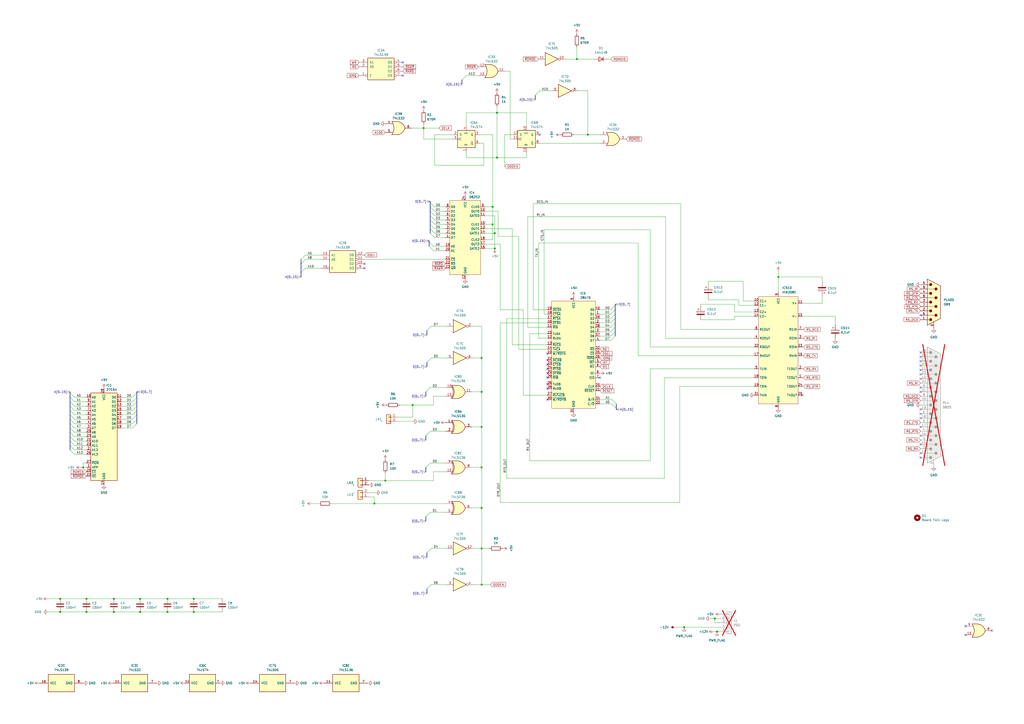
<source format=kicad_sch>
(kicad_sch (version 20230121) (generator eeschema)
  (paper "A2")
  (junction (at 279.4 207.645))
  (junction (at 279.4 247.65))
  (junction (at 279.4 294.64))
  (junction (at 415.925 366.395))
  (junction (at 97.155 354.965))
  (junction (at 112.395 354.965))
  (junction (at 97.155 347.345))
  (junction (at 414.655 358.775))
  (junction (at 279.4 318.135))
  (junction (at 288.29 65.405))
  (junction (at 48.26 271.145))
  (junction (at 285.75 130.175))
  (junction (at 50.165 347.345))
  (junction (at 287.02 144.145))
  (junction (at 287.02 135.255))
  (junction (at 285.75 120.015))
  (junction (at 50.165 354.965))
  (junction (at 288.29 91.44))
  (junction (at 245.745 74.295))
  (junction (at 451.485 160.655))
  (junction (at 34.925 354.965))
  (junction (at 81.28 347.345))
  (junction (at 112.395 347.345))
  (junction (at 279.4 339.09))
  (junction (at 279.4 227.33))
  (junction (at 279.4 271.145))
  (junction (at 217.17 292.1))
  (junction (at 34.925 347.345))
  (junction (at 81.28 354.965))
  (junction (at 340.995 78.105))
  (junction (at 396.875 363.855))
  (junction (at 66.04 354.965))
  (junction (at 223.52 278.765))
  (junction (at 239.395 234.95))
  (junction (at 334.645 34.29))
  (junction (at 66.04 347.345))
  (no_connect (at 317.5 213.995))
  (no_connect (at 534.035 217.17))
  (no_connect (at 317.5 219.075))
  (no_connect (at 534.035 227.33))
  (no_connect (at 534.035 209.55))
  (no_connect (at 534.035 207.01))
  (no_connect (at 317.5 231.775))
  (no_connect (at 233.68 36.195))
  (no_connect (at 534.035 204.47))
  (no_connect (at 534.035 182.88))
  (no_connect (at 317.5 222.885))
  (no_connect (at 534.035 252.73))
  (no_connect (at 534.035 214.63))
  (no_connect (at 534.035 242.57))
  (no_connect (at 534.035 265.43))
  (no_connect (at 560.07 363.22))
  (no_connect (at 465.455 229.235))
  (no_connect (at 233.68 43.815))
  (no_connect (at 317.5 216.535))
  (no_connect (at 534.035 212.09))
  (no_connect (at 317.5 205.105))
  (no_connect (at 534.035 257.81))
  (no_connect (at 347.98 219.075))
  (no_connect (at 211.455 155.575))
  (no_connect (at 317.5 225.425))
  (no_connect (at 534.035 219.71))
  (no_connect (at 534.035 240.03))
  (no_connect (at 534.035 224.79))
  (no_connect (at 534.035 237.49))
  (no_connect (at 317.5 211.455))
  (no_connect (at 534.035 247.65))
  (no_connect (at 560.07 368.3))
  (no_connect (at 313.055 78.105))
  (no_connect (at 211.455 153.035))
  (no_connect (at 534.035 262.89))
  (no_connect (at 575.31 365.76))
  (no_connect (at 317.5 208.915))
  (bus_entry (at 249.555 135.255) (size 2.54 2.54))
  (bus_entry (at 174.625 158.115) (size 2.54 -2.54))
  (bus_entry (at 40.64 248.285) (size 2.54 2.54))
  (bus_entry (at 249.555 117.475) (size 2.54 2.54))
  (bus_entry (at 248.92 142.875) (size 2.54 2.54))
  (bus_entry (at 247.015 252.73) (size 2.54 -2.54))
  (bus_entry (at 79.375 238.125) (size -2.54 2.54))
  (bus_entry (at 249.555 120.015) (size 2.54 2.54))
  (bus_entry (at 356.87 187.325) (size -2.54 2.54))
  (bus_entry (at 247.65 341.63) (size 2.54 -2.54))
  (bus_entry (at 79.375 230.505) (size -2.54 2.54))
  (bus_entry (at 357.505 236.855) (size -2.54 -2.54))
  (bus_entry (at 40.64 245.745) (size 2.54 2.54))
  (bus_entry (at 356.87 184.785) (size -2.54 2.54))
  (bus_entry (at 249.555 125.095) (size 2.54 2.54))
  (bus_entry (at 356.87 182.245) (size -2.54 2.54))
  (bus_entry (at 40.64 260.985) (size 2.54 2.54))
  (bus_entry (at 249.555 127.635) (size 2.54 2.54))
  (bus_entry (at 247.015 227.33) (size 2.54 -2.54))
  (bus_entry (at 40.64 233.045) (size 2.54 2.54))
  (bus_entry (at 79.375 240.665) (size -2.54 2.54))
  (bus_entry (at 267.97 46.355) (size 2.54 -2.54))
  (bus_entry (at 356.87 189.865) (size -2.54 2.54))
  (bus_entry (at 356.87 179.705) (size -2.54 2.54))
  (bus_entry (at 248.92 140.335) (size 2.54 2.54))
  (bus_entry (at 310.515 55.245) (size 2.54 -2.54))
  (bus_entry (at 247.015 299.72) (size 2.54 -2.54))
  (bus_entry (at 40.64 235.585) (size 2.54 2.54))
  (bus_entry (at 174.625 153.035) (size 2.54 -2.54))
  (bus_entry (at 40.64 240.665) (size 2.54 2.54))
  (bus_entry (at 40.64 227.965) (size 2.54 2.54))
  (bus_entry (at 79.375 245.745) (size -2.54 2.54))
  (bus_entry (at 356.87 177.165) (size -2.54 2.54))
  (bus_entry (at 249.555 130.175) (size 2.54 2.54))
  (bus_entry (at 40.64 250.825) (size 2.54 2.54))
  (bus_entry (at 79.375 243.205) (size -2.54 2.54))
  (bus_entry (at 247.015 271.145) (size 2.54 -2.54))
  (bus_entry (at 249.555 122.555) (size 2.54 2.54))
  (bus_entry (at 79.375 233.045) (size -2.54 2.54))
  (bus_entry (at 247.65 210.185) (size 2.54 -2.54))
  (bus_entry (at 249.555 132.715) (size 2.54 2.54))
  (bus_entry (at 356.87 192.405) (size -2.54 2.54))
  (bus_entry (at 40.64 243.205) (size 2.54 2.54))
  (bus_entry (at 40.64 253.365) (size 2.54 2.54))
  (bus_entry (at 79.375 227.965) (size -2.54 2.54))
  (bus_entry (at 40.64 230.505) (size 2.54 2.54))
  (bus_entry (at 40.64 238.125) (size 2.54 2.54))
  (bus_entry (at 357.505 234.315) (size -2.54 -2.54))
  (bus_entry (at 174.625 150.495) (size 2.54 -2.54))
  (bus_entry (at 43.18 260.985) (size -2.54 -2.54))
  (bus_entry (at 247.65 320.675) (size 2.54 -2.54))
  (bus_entry (at 40.64 255.905) (size 2.54 2.54))
  (bus_entry (at 356.87 194.945) (size -2.54 2.54))
  (bus_entry (at 79.375 235.585) (size -2.54 2.54))
  (bus_entry (at 247.65 191.77) (size 2.54 -2.54))
  (wire (pts (xy 76.835 243.205) (xy 70.485 243.205)))
  (wire (pts (xy 317.5 200.025) (xy 297.18 200.025)))
  (bus (pts (xy 356.87 177.165) (xy 356.87 176.53)))
  (wire (pts (xy 249.555 297.18) (xy 258.445 297.18)))
  (bus (pts (xy 79.375 230.505) (xy 79.375 227.965)))
  (bus (pts (xy 356.87 192.405) (xy 356.87 189.865)))
  (wire (pts (xy 281.305 139.065) (xy 285.75 139.065)))
  (bus (pts (xy 249.555 125.095) (xy 249.555 122.555)))
  (wire (pts (xy 27.94 347.345) (xy 34.925 347.345)))
  (wire (pts (xy 279.4 271.145) (xy 279.4 294.64)))
  (wire (pts (xy 340.995 52.705) (xy 340.995 78.105)))
  (bus (pts (xy 79.375 227.965) (xy 79.375 227.33)))
  (bus (pts (xy 79.375 233.045) (xy 79.375 230.505)))
  (wire (pts (xy 294.005 277.495) (xy 294.005 184.785)))
  (wire (pts (xy 294.005 184.785) (xy 317.5 184.785)))
  (wire (pts (xy 76.835 233.045) (xy 70.485 233.045)))
  (bus (pts (xy 249.555 127.635) (xy 249.555 125.095)))
  (wire (pts (xy 238.76 74.295) (xy 245.745 74.295)))
  (bus (pts (xy 358.14 237.49) (xy 357.505 237.49)))
  (wire (pts (xy 307.34 267.335) (xy 377.19 267.335)))
  (wire (pts (xy 249.555 250.19) (xy 258.445 250.19)))
  (wire (pts (xy 66.04 347.345) (xy 81.28 347.345)))
  (wire (pts (xy 332.74 78.105) (xy 340.995 78.105)))
  (wire (pts (xy 306.07 189.865) (xy 317.5 189.865)))
  (wire (pts (xy 280.67 95.885) (xy 280.67 83.185)))
  (wire (pts (xy 309.245 118.11) (xy 394.97 118.11)))
  (wire (pts (xy 313.055 83.185) (xy 347.98 83.185)))
  (wire (pts (xy 279.4 318.135) (xy 279.4 339.09)))
  (bus (pts (xy 247.65 210.185) (xy 247.65 212.725)))
  (bus (pts (xy 247.65 341.63) (xy 247.65 344.17)))
  (wire (pts (xy 239.395 234.95) (xy 251.46 234.95)))
  (wire (pts (xy 43.18 260.985) (xy 50.165 260.985)))
  (bus (pts (xy 310.515 55.245) (xy 310.515 57.785)))
  (wire (pts (xy 334.645 34.29) (xy 344.805 34.29)))
  (bus (pts (xy 40.64 227.33) (xy 40.64 227.965)))
  (wire (pts (xy 307.34 193.675) (xy 317.5 193.675)))
  (wire (pts (xy 281.305 125.095) (xy 287.02 125.095)))
  (wire (pts (xy 280.67 83.185) (xy 278.13 83.185)))
  (wire (pts (xy 287.02 135.255) (xy 287.02 144.145)))
  (wire (pts (xy 245.745 80.645) (xy 262.89 80.645)))
  (wire (pts (xy 46.99 271.145) (xy 48.26 271.145)))
  (wire (pts (xy 252.095 127.635) (xy 258.445 127.635)))
  (wire (pts (xy 274.32 189.23) (xy 279.4 189.23)))
  (wire (pts (xy 288.925 122.555) (xy 288.925 137.16)))
  (wire (pts (xy 309.245 179.705) (xy 317.5 179.705)))
  (wire (pts (xy 466.09 224.155) (xy 465.455 224.155)))
  (wire (pts (xy 476.885 175.895) (xy 476.885 171.45)))
  (wire (pts (xy 34.925 347.345) (xy 50.165 347.345)))
  (wire (pts (xy 287.02 144.145) (xy 281.305 144.145)))
  (wire (pts (xy 410.845 163.195) (xy 431.165 163.195)))
  (wire (pts (xy 354.33 184.785) (xy 347.98 184.785)))
  (wire (pts (xy 112.395 347.345) (xy 128.905 347.345)))
  (wire (pts (xy 386.08 196.215) (xy 437.515 196.215)))
  (wire (pts (xy 412.115 358.775) (xy 414.655 358.775)))
  (wire (pts (xy 466.09 213.995) (xy 465.455 213.995)))
  (wire (pts (xy 300.99 202.565) (xy 317.5 202.565)))
  (wire (pts (xy 385.445 219.075) (xy 437.515 219.075)))
  (wire (pts (xy 410.845 172.72) (xy 410.845 173.99)))
  (wire (pts (xy 377.19 213.995) (xy 437.515 213.995)))
  (wire (pts (xy 76.835 230.505) (xy 70.485 230.505)))
  (wire (pts (xy 249.555 224.79) (xy 258.445 224.79)))
  (wire (pts (xy 213.995 288.29) (xy 217.17 288.29)))
  (bus (pts (xy 174.625 153.035) (xy 174.625 158.115)))
  (wire (pts (xy 290.195 141.605) (xy 290.195 179.705)))
  (wire (pts (xy 354.33 197.485) (xy 347.98 197.485)))
  (wire (pts (xy 279.4 207.645) (xy 279.4 227.33)))
  (wire (pts (xy 278.13 78.105) (xy 285.75 78.105)))
  (wire (pts (xy 76.835 248.285) (xy 70.485 248.285)))
  (wire (pts (xy 334.645 27.305) (xy 334.645 34.29)))
  (wire (pts (xy 252.095 125.095) (xy 258.445 125.095)))
  (bus (pts (xy 249.555 120.015) (xy 249.555 117.475)))
  (wire (pts (xy 252.095 120.015) (xy 258.445 120.015)))
  (wire (pts (xy 317.5 182.245) (xy 315.595 182.245)))
  (wire (pts (xy 177.165 155.575) (xy 186.055 155.575)))
  (bus (pts (xy 79.375 243.205) (xy 79.375 240.665)))
  (bus (pts (xy 356.87 187.325) (xy 356.87 184.785)))
  (wire (pts (xy 335.28 52.705) (xy 340.995 52.705)))
  (wire (pts (xy 290.195 291.465) (xy 394.335 291.465)))
  (wire (pts (xy 466.09 191.135) (xy 465.455 191.135)))
  (wire (pts (xy 273.685 294.64) (xy 279.4 294.64)))
  (wire (pts (xy 354.965 231.775) (xy 347.98 231.775)))
  (bus (pts (xy 247.65 320.675) (xy 247.65 323.215)))
  (wire (pts (xy 285.75 120.015) (xy 281.305 120.015)))
  (wire (pts (xy 385.445 277.495) (xy 385.445 219.075)))
  (bus (pts (xy 247.015 299.72) (xy 247.015 302.26)))
  (wire (pts (xy 112.395 354.965) (xy 128.905 354.965)))
  (wire (pts (xy 43.18 250.825) (xy 50.165 250.825)))
  (wire (pts (xy 252.095 95.885) (xy 280.67 95.885)))
  (wire (pts (xy 297.18 132.715) (xy 297.18 200.025)))
  (wire (pts (xy 43.18 238.125) (xy 50.165 238.125)))
  (wire (pts (xy 391.795 363.855) (xy 396.875 363.855)))
  (wire (pts (xy 273.685 227.33) (xy 279.4 227.33)))
  (wire (pts (xy 43.18 245.745) (xy 50.165 245.745)))
  (wire (pts (xy 230.505 244.475) (xy 239.395 244.475)))
  (wire (pts (xy 414.655 358.775) (xy 417.83 358.775)))
  (wire (pts (xy 223.52 274.32) (xy 223.52 278.765)))
  (wire (pts (xy 270.51 43.815) (xy 277.495 43.815)))
  (wire (pts (xy 217.17 292.1) (xy 258.445 292.1)))
  (wire (pts (xy 354.33 179.705) (xy 347.98 179.705)))
  (wire (pts (xy 81.28 354.965) (xy 97.155 354.965)))
  (wire (pts (xy 213.995 285.75) (xy 217.805 285.75)))
  (wire (pts (xy 245.745 74.295) (xy 245.745 71.755)))
  (wire (pts (xy 250.19 189.23) (xy 259.08 189.23)))
  (bus (pts (xy 357.505 236.855) (xy 357.505 237.49)))
  (bus (pts (xy 249.555 132.715) (xy 249.555 130.175)))
  (bus (pts (xy 357.505 234.315) (xy 357.505 236.855)))
  (bus (pts (xy 40.64 250.825) (xy 40.64 248.285)))
  (wire (pts (xy 50.165 354.965) (xy 66.04 354.965)))
  (wire (pts (xy 273.685 247.65) (xy 279.4 247.65)))
  (wire (pts (xy 451.485 157.48) (xy 451.485 160.655)))
  (wire (pts (xy 354.33 192.405) (xy 347.98 192.405)))
  (wire (pts (xy 431.165 163.195) (xy 431.165 174.625)))
  (wire (pts (xy 285.75 130.175) (xy 281.305 130.175)))
  (wire (pts (xy 245.745 74.295) (xy 245.745 80.645)))
  (wire (pts (xy 250.19 207.645) (xy 259.08 207.645)))
  (bus (pts (xy 248.92 116.84) (xy 249.555 116.84)))
  (wire (pts (xy 431.165 174.625) (xy 437.515 174.625)))
  (wire (pts (xy 211.455 150.495) (xy 258.445 150.495)))
  (bus (pts (xy 174.625 158.115) (xy 174.625 160.655)))
  (wire (pts (xy 270.51 73.025) (xy 270.51 65.405)))
  (bus (pts (xy 248.92 140.335) (xy 248.92 139.7)))
  (bus (pts (xy 356.87 182.245) (xy 356.87 179.705)))
  (wire (pts (xy 297.815 78.105) (xy 292.735 78.105)))
  (wire (pts (xy 251.46 142.875) (xy 258.445 142.875)))
  (wire (pts (xy 177.165 147.955) (xy 186.055 147.955)))
  (wire (pts (xy 313.055 52.705) (xy 320.04 52.705)))
  (wire (pts (xy 251.46 278.765) (xy 251.46 273.685)))
  (bus (pts (xy 267.97 46.355) (xy 267.97 48.895)))
  (wire (pts (xy 231.775 234.95) (xy 239.395 234.95)))
  (wire (pts (xy 386.08 125.73) (xy 386.08 196.215)))
  (wire (pts (xy 465.455 183.515) (xy 484.505 183.515)))
  (wire (pts (xy 285.75 120.015) (xy 285.75 130.175)))
  (wire (pts (xy 352.425 34.29) (xy 354.33 34.29)))
  (bus (pts (xy 40.64 243.205) (xy 40.64 240.665)))
  (wire (pts (xy 476.885 160.655) (xy 451.485 160.655)))
  (wire (pts (xy 394.335 224.155) (xy 437.515 224.155)))
  (wire (pts (xy 396.875 363.855) (xy 417.83 363.855)))
  (wire (pts (xy 252.095 135.255) (xy 258.445 135.255)))
  (wire (pts (xy 177.165 150.495) (xy 186.055 150.495)))
  (wire (pts (xy 217.17 288.29) (xy 217.17 292.1)))
  (bus (pts (xy 79.375 245.745) (xy 79.375 243.205)))
  (wire (pts (xy 251.46 229.87) (xy 258.445 229.87)))
  (wire (pts (xy 406.4 185.42) (xy 426.085 185.42)))
  (wire (pts (xy 292.735 41.275) (xy 295.91 41.275)))
  (wire (pts (xy 428.625 177.165) (xy 437.515 177.165)))
  (wire (pts (xy 466.09 201.295) (xy 465.455 201.295)))
  (bus (pts (xy 247.65 191.77) (xy 247.65 194.31)))
  (wire (pts (xy 303.53 179.705) (xy 303.53 229.235)))
  (wire (pts (xy 306.07 125.73) (xy 306.07 189.865)))
  (wire (pts (xy 305.435 91.44) (xy 305.435 88.265)))
  (wire (pts (xy 410.845 173.99) (xy 428.625 173.99)))
  (wire (pts (xy 466.09 196.215) (xy 465.455 196.215)))
  (wire (pts (xy 354.965 234.315) (xy 347.98 234.315)))
  (bus (pts (xy 40.64 255.905) (xy 40.64 258.445)))
  (bus (pts (xy 40.64 248.285) (xy 40.64 245.745)))
  (wire (pts (xy 279.4 207.645) (xy 274.32 207.645)))
  (wire (pts (xy 192.405 292.1) (xy 217.17 292.1)))
  (wire (pts (xy 484.505 183.515) (xy 484.505 188.595)))
  (wire (pts (xy 370.205 140.97) (xy 370.205 206.375)))
  (wire (pts (xy 97.155 347.345) (xy 112.395 347.345)))
  (wire (pts (xy 295.91 80.645) (xy 297.815 80.645)))
  (wire (pts (xy 417.83 361.315) (xy 414.655 361.315)))
  (wire (pts (xy 406.4 176.53) (xy 426.085 176.53)))
  (wire (pts (xy 279.4 271.145) (xy 279.4 247.65)))
  (wire (pts (xy 410.845 165.1) (xy 410.845 163.195)))
  (wire (pts (xy 50.165 268.605) (xy 48.26 268.605)))
  (wire (pts (xy 307.34 267.335) (xy 307.34 193.675)))
  (wire (pts (xy 279.4 318.135) (xy 274.32 318.135)))
  (bus (pts (xy 40.64 227.965) (xy 40.64 230.505)))
  (wire (pts (xy 426.085 185.42) (xy 426.085 183.515)))
  (wire (pts (xy 414.02 366.395) (xy 415.925 366.395)))
  (wire (pts (xy 281.305 141.605) (xy 290.195 141.605)))
  (bus (pts (xy 40.64 245.745) (xy 40.64 243.205)))
  (wire (pts (xy 252.095 130.175) (xy 258.445 130.175)))
  (wire (pts (xy 300.99 137.16) (xy 300.99 202.565)))
  (wire (pts (xy 249.555 268.605) (xy 258.445 268.605)))
  (bus (pts (xy 357.505 176.53) (xy 356.87 176.53)))
  (wire (pts (xy 76.835 245.745) (xy 70.485 245.745)))
  (wire (pts (xy 340.995 78.105) (xy 347.98 78.105)))
  (wire (pts (xy 287.02 125.095) (xy 287.02 135.255)))
  (wire (pts (xy 327.66 34.29) (xy 334.645 34.29)))
  (wire (pts (xy 394.97 191.135) (xy 437.515 191.135)))
  (wire (pts (xy 97.155 354.965) (xy 112.395 354.965)))
  (wire (pts (xy 43.18 258.445) (xy 50.165 258.445)))
  (wire (pts (xy 252.095 132.715) (xy 258.445 132.715)))
  (wire (pts (xy 230.505 241.935) (xy 239.395 241.935)))
  (wire (pts (xy 252.095 122.555) (xy 258.445 122.555)))
  (wire (pts (xy 290.195 187.325) (xy 290.195 291.465)))
  (wire (pts (xy 81.28 347.345) (xy 97.155 347.345)))
  (wire (pts (xy 245.745 74.295) (xy 254.635 74.295)))
  (wire (pts (xy 354.33 189.865) (xy 347.98 189.865)))
  (wire (pts (xy 415.925 366.395) (xy 417.83 366.395)))
  (bus (pts (xy 248.285 139.7) (xy 248.92 139.7)))
  (wire (pts (xy 426.085 180.975) (xy 437.515 180.975)))
  (wire (pts (xy 273.685 271.145) (xy 279.4 271.145)))
  (wire (pts (xy 251.46 145.415) (xy 258.445 145.415)))
  (bus (pts (xy 40.64 253.365) (xy 40.64 250.825)))
  (bus (pts (xy 249.555 122.555) (xy 249.555 120.015)))
  (wire (pts (xy 285.75 78.105) (xy 285.75 120.015)))
  (bus (pts (xy 174.625 150.495) (xy 174.625 153.035)))
  (wire (pts (xy 279.4 247.65) (xy 279.4 227.33)))
  (bus (pts (xy 79.375 235.585) (xy 79.375 233.045)))
  (wire (pts (xy 76.835 240.665) (xy 70.485 240.665)))
  (wire (pts (xy 414.655 361.315) (xy 414.655 358.775)))
  (wire (pts (xy 426.085 176.53) (xy 426.085 180.975)))
  (wire (pts (xy 354.33 182.245) (xy 347.98 182.245)))
  (bus (pts (xy 356.87 194.945) (xy 356.87 192.405)))
  (wire (pts (xy 250.19 339.09) (xy 259.08 339.09)))
  (wire (pts (xy 76.835 238.125) (xy 70.485 238.125)))
  (wire (pts (xy 66.04 354.965) (xy 81.28 354.965)))
  (bus (pts (xy 248.92 142.875) (xy 248.92 140.335)))
  (wire (pts (xy 354.33 194.945) (xy 347.98 194.945)))
  (wire (pts (xy 290.195 179.705) (xy 303.53 179.705)))
  (wire (pts (xy 451.485 160.655) (xy 451.485 169.545)))
  (wire (pts (xy 43.18 230.505) (xy 50.165 230.505)))
  (wire (pts (xy 239.395 241.935) (xy 239.395 234.95)))
  (wire (pts (xy 270.51 65.405) (xy 288.29 65.405)))
  (wire (pts (xy 312.42 140.97) (xy 370.205 140.97)))
  (wire (pts (xy 285.75 139.065) (xy 285.75 130.175)))
  (wire (pts (xy 43.18 235.585) (xy 50.165 235.585)))
  (wire (pts (xy 43.18 240.665) (xy 50.165 240.665)))
  (wire (pts (xy 43.18 243.205) (xy 50.165 243.205)))
  (wire (pts (xy 180.975 292.1) (xy 184.785 292.1)))
  (wire (pts (xy 252.095 137.795) (xy 258.445 137.795)))
  (wire (pts (xy 270.51 88.265) (xy 270.51 91.44)))
  (wire (pts (xy 213.995 278.765) (xy 223.52 278.765)))
  (wire (pts (xy 43.18 233.045) (xy 50.165 233.045)))
  (wire (pts (xy 48.26 268.605) (xy 48.26 271.145)))
  (wire (pts (xy 43.18 255.905) (xy 50.165 255.905)))
  (wire (pts (xy 279.4 189.23) (xy 279.4 207.645)))
  (wire (pts (xy 306.07 125.73) (xy 386.08 125.73)))
  (wire (pts (xy 287.02 135.255) (xy 281.305 135.255)))
  (bus (pts (xy 80.01 227.33) (xy 79.375 227.33)))
  (wire (pts (xy 292.735 78.105) (xy 292.735 96.52)))
  (wire (pts (xy 279.4 294.64) (xy 279.4 318.135)))
  (wire (pts (xy 466.09 206.375) (xy 465.455 206.375)))
  (wire (pts (xy 34.925 354.965) (xy 50.165 354.965)))
  (wire (pts (xy 476.885 163.83) (xy 476.885 160.655)))
  (wire (pts (xy 305.435 91.44) (xy 288.29 91.44)))
  (bus (pts (xy 40.64 240.665) (xy 40.64 238.125)))
  (wire (pts (xy 274.32 339.09) (xy 279.4 339.09)))
  (wire (pts (xy 309.245 118.11) (xy 309.245 179.705)))
  (wire (pts (xy 223.52 278.765) (xy 251.46 278.765)))
  (bus (pts (xy 40.64 235.585) (xy 40.64 233.045)))
  (wire (pts (xy 76.835 235.585) (xy 70.485 235.585)))
  (wire (pts (xy 281.305 132.715) (xy 297.18 132.715)))
  (bus (pts (xy 40.64 233.045) (xy 40.64 230.505)))
  (wire (pts (xy 394.97 118.11) (xy 394.97 191.135)))
  (bus (pts (xy 249.555 130.175) (xy 249.555 127.635)))
  (wire (pts (xy 295.91 41.275) (xy 295.91 80.645)))
  (wire (pts (xy 281.305 122.555) (xy 288.925 122.555)))
  (wire (pts (xy 250.19 318.135) (xy 259.08 318.135)))
  (bus (pts (xy 356.87 184.785) (xy 356.87 182.245)))
  (bus (pts (xy 356.87 189.865) (xy 356.87 187.325)))
  (wire (pts (xy 377.19 267.335) (xy 377.19 213.995)))
  (wire (pts (xy 27.94 354.965) (xy 34.925 354.965)))
  (wire (pts (xy 288.29 61.595) (xy 288.29 65.405)))
  (bus (pts (xy 247.015 227.33) (xy 247.015 229.87)))
  (wire (pts (xy 484.505 196.85) (xy 484.505 196.215)))
  (wire (pts (xy 317.5 187.325) (xy 290.195 187.325)))
  (wire (pts (xy 251.46 234.95) (xy 251.46 229.87)))
  (wire (pts (xy 279.4 339.09) (xy 284.48 339.09)))
  (wire (pts (xy 406.4 177.8) (xy 406.4 176.53)))
  (wire (pts (xy 377.19 201.295) (xy 437.515 201.295)))
  (bus (pts (xy 247.015 252.73) (xy 247.015 255.27)))
  (wire (pts (xy 354.33 187.325) (xy 347.98 187.325)))
  (wire (pts (xy 315.595 133.35) (xy 377.19 133.35)))
  (wire (pts (xy 426.085 183.515) (xy 437.515 183.515)))
  (wire (pts (xy 294.005 277.495) (xy 385.445 277.495)))
  (wire (pts (xy 288.925 137.16) (xy 300.99 137.16)))
  (wire (pts (xy 43.18 248.285) (xy 50.165 248.285)))
  (bus (pts (xy 40.64 258.445) (xy 40.64 260.985)))
  (wire (pts (xy 288.29 65.405) (xy 305.435 65.405)))
  (wire (pts (xy 50.165 347.345) (xy 66.04 347.345)))
  (wire (pts (xy 48.26 271.145) (xy 50.165 271.145)))
  (wire (pts (xy 283.845 318.135) (xy 279.4 318.135)))
  (wire (pts (xy 305.435 65.405) (xy 305.435 73.025)))
  (wire (pts (xy 394.335 291.465) (xy 394.335 224.155)))
  (wire (pts (xy 465.455 175.895) (xy 476.885 175.895)))
  (wire (pts (xy 43.18 253.365) (xy 50.165 253.365)))
  (bus (pts (xy 79.375 240.665) (xy 79.375 238.125)))
  (wire (pts (xy 252.095 78.105) (xy 252.095 95.885)))
  (wire (pts (xy 270.51 91.44) (xy 288.29 91.44)))
  (wire (pts (xy 466.09 219.075) (xy 465.455 219.075)))
  (wire (pts (xy 312.42 196.215) (xy 312.42 140.97)))
  (wire (pts (xy 251.46 273.685) (xy 258.445 273.685)))
  (wire (pts (xy 428.625 173.99) (xy 428.625 177.165)))
  (bus (pts (xy 40.64 255.905) (xy 40.64 253.365)))
  (wire (pts (xy 262.89 78.105) (xy 252.095 78.105)))
  (wire (pts (xy 317.5 196.215) (xy 312.42 196.215)))
  (wire (pts (xy 315.595 133.35) (xy 315.595 182.245)))
  (wire (pts (xy 370.205 206.375) (xy 437.515 206.375)))
  (bus (pts (xy 249.555 117.475) (xy 249.555 116.84)))
  (wire (pts (xy 288.29 65.405) (xy 288.29 91.44)))
  (wire (pts (xy 303.53 229.235) (xy 317.5 229.235)))
  (bus (pts (xy 40.64 238.125) (xy 40.64 235.585)))
  (bus (pts (xy 356.87 179.705) (xy 356.87 177.165)))
  (bus (pts (xy 247.015 271.145) (xy 247.015 273.685)))
  (wire (pts (xy 43.18 263.525) (xy 50.165 263.525)))
  (wire (pts (xy 377.19 133.35) (xy 377.19 201.295)))
  (bus (pts (xy 79.375 238.125) (xy 79.375 235.585)))
  (bus (pts (xy 249.555 135.255) (xy 249.555 132.715)))
  (label "D5" (at 76.2 243.205 180))
  (label "D5" (at 252.73 132.715 0))
  (label "A7" (at 44.45 248.285 0))
  (label "A13" (at 44.45 263.525 0))
  (label "A5" (at 178.435 147.955 0))
  (label "D1" (at 76.2 233.045 180))
  (label "A4" (at 44.45 240.665 0))
  (label "D2" (at 250.825 224.79 0))
  (label "A0" (at 44.45 230.505 0))
  (label "D7" (at 252.73 137.795 0))
  (label "D7" (at 76.2 248.285 180))
  (label "A8" (at 178.435 150.495 0))
  (label "D3" (at 250.825 250.19 0))
  (label "D6" (at 76.2 245.745 180))
  (label "A10" (at 44.45 255.905 0))
  (label "RTS_OUT" (at 294.005 274.32 90))
  (label "D3" (at 353.695 187.325 180))
  (label "A5" (at 44.45 243.205 0))
  (label "D6" (at 353.695 194.945 180))
  (label "DCD_IN" (at 311.15 118.11 0))
  (label "D4" (at 353.695 189.865 180))
  (label "D3" (at 76.2 238.125 180))
  (label "A11" (at 44.45 258.445 0))
  (label "TX_IN" (at 312.42 149.225 90))
  (label "A1" (at 353.695 231.775 180))
  (label "D4" (at 252.73 130.175 0))
  (label "D7" (at 353.695 197.485 180))
  (label "D6" (at 252.73 135.255 0))
  (label "D0" (at 252.73 120.015 0))
  (label "A13" (at 271.78 43.815 0))
  (label "D5" (at 353.695 192.405 180))
  (label "D0" (at 250.825 268.605 0))
  (label "RX_OUT" (at 307.34 261.62 90))
  (label "D2" (at 252.73 125.095 0))
  (label "A8" (at 44.45 250.825 0))
  (label "A9" (at 44.45 253.365 0))
  (label "RI_IN" (at 311.15 125.73 0))
  (label "DTR_OUT" (at 290.195 288.29 90))
  (label "A0" (at 353.695 234.315 180))
  (label "A0" (at 252.73 142.875 0))
  (label "CTS_IN" (at 315.595 139.7 90))
  (label "D0" (at 353.695 179.705 180))
  (label "D6" (at 251.46 339.09 0))
  (label "D2" (at 76.2 235.585 180))
  (label "A12" (at 44.45 260.985 0))
  (label "A10" (at 178.435 155.575 0))
  (label "D1" (at 252.73 122.555 0))
  (label "A1" (at 252.73 145.415 0))
  (label "D3" (at 252.73 127.635 0))
  (label "A1" (at 44.45 233.045 0))
  (label "A2" (at 44.45 235.585 0))
  (label "D0" (at 76.2 230.505 180))
  (label "A3" (at 44.45 238.125 0))
  (label "D2" (at 353.695 184.785 180))
  (label "D5" (at 251.46 207.645 0))
  (label "A15" (at 314.325 52.705 0))
  (label "D7" (at 251.46 189.23 0))
  (label "D1" (at 250.825 297.18 0))
  (label "D4" (at 251.46 318.135 0))
  (label "D4" (at 76.2 240.665 180))
  (label "D1" (at 353.695 182.245 180))
  (label "A6" (at 44.45 245.745 0))
  (global_label "RD" (shape input) (at 347.98 202.565 0) (property "Intersheetrefs" "${INTERSHEET_REFS}" (effects hide)))
  (global_label "DCLK" (shape input) (at 347.98 224.155 0) (property "Intersheetrefs" "${INTERSHEET_REFS}" (effects hide)))
  (global_label "RS_RX" (shape input) (at 466.09 213.995 0) (property "Intersheetrefs" "${INTERSHEET_REFS}" (effects hide)))
  (global_label "RS_DTR" (shape input) (at 466.09 224.155 0) (property "Intersheetrefs" "${INTERSHEET_REFS}" (effects hide)))
  (global_label "RS_RX" (shape input) (at 534.035 260.35 180) (property "Intersheetrefs" "${INTERSHEET_REFS}" (effects hide)))
  (global_label "RS_TX" (shape input) (at 534.035 180.34 180) (property "Intersheetrefs" "${INTERSHEET_REFS}" (effects hide)))
  (global_label "~{RARD}" (shape input) (at 258.445 153.035 180) (property "Intersheetrefs" "${INTERSHEET_REFS}" (effects hide)))
  (global_label "ODDEN" (shape input) (at 284.48 339.09 0) (property "Intersheetrefs" "${INTERSHEET_REFS}" (effects hide)))
  (global_label "RS_DTR" (shape input) (at 534.035 170.18 180) (property "Intersheetrefs" "${INTERSHEET_REFS}" (effects hide)))
  (global_label "RS_CTS" (shape input) (at 534.035 172.72 180) (property "Intersheetrefs" "${INTERSHEET_REFS}" (effects hide)))
  (global_label "RS_DCD" (shape input) (at 466.09 191.135 0) (property "Intersheetrefs" "${INTERSHEET_REFS}" (effects hide)))
  (global_label "DSEL" (shape input) (at 347.98 205.105 0) (property "Intersheetrefs" "${INTERSHEET_REFS}" (effects hide)))
  (global_label "M1" (shape input) (at 347.98 212.725 0) (property "Intersheetrefs" "${INTERSHEET_REFS}" (effects hide)))
  (global_label "RESET" (shape input) (at 347.98 226.695 0) (property "Intersheetrefs" "${INTERSHEET_REFS}" (effects hide)))
  (global_label "IORQ" (shape input) (at 347.98 207.645 0) (property "Intersheetrefs" "${INTERSHEET_REFS}" (effects hide)))
  (global_label "ROMEN" (shape input) (at 50.165 273.685 180) (property "Intersheetrefs" "${INTERSHEET_REFS}" (effects hide)))
  (global_label "RS_RTS" (shape input) (at 466.09 219.075 0) (property "Intersheetrefs" "${INTERSHEET_REFS}" (effects hide)))
  (global_label "~{RAWR}" (shape input) (at 258.445 155.575 180) (property "Intersheetrefs" "${INTERSHEET_REFS}" (effects hide)))
  (global_label "~{RARD}" (shape input) (at 233.68 41.275 0) (property "Intersheetrefs" "${INTERSHEET_REFS}" (effects hide)))
  (global_label "DCLK" (shape input) (at 254.635 74.295 0) (property "Intersheetrefs" "${INTERSHEET_REFS}" (effects hide)))
  (global_label "~{ROMOE}" (shape input) (at 363.22 80.645 0) (property "Intersheetrefs" "${INTERSHEET_REFS}" (effects hide)))
  (global_label "RS_RTS" (shape input) (at 534.035 177.8 180) (property "Intersheetrefs" "${INTERSHEET_REFS}" (effects hide)))
  (global_label "ROMDIS" (shape input) (at 354.33 34.29 0) (property "Intersheetrefs" "${INTERSHEET_REFS}" (effects hide)))
  (global_label "RS_CTS" (shape input) (at 534.035 245.11 180) (property "Intersheetrefs" "${INTERSHEET_REFS}" (effects hide)))
  (global_label "RS_CTS" (shape input) (at 466.09 201.295 0) (property "Intersheetrefs" "${INTERSHEET_REFS}" (effects hide)))
  (global_label "RS_RI" (shape input) (at 534.035 222.25 180) (property "Intersheetrefs" "${INTERSHEET_REFS}" (effects hide)))
  (global_label "RD" (shape input) (at 208.28 38.735 180) (property "Intersheetrefs" "${INTERSHEET_REFS}" (effects hide)))
  (global_label "RS_TX" (shape input) (at 466.09 206.375 0) (property "Intersheetrefs" "${INTERSHEET_REFS}" (effects hide)))
  (global_label "RS_RI" (shape input) (at 534.035 167.64 180) (property "Intersheetrefs" "${INTERSHEET_REFS}" (effects hide)))
  (global_label "~{RAWR}" (shape input) (at 277.495 38.735 180) (property "Intersheetrefs" "${INTERSHEET_REFS}" (effects hide)))
  (global_label "RS_TX" (shape input) (at 534.035 255.27 180) (property "Intersheetrefs" "${INTERSHEET_REFS}" (effects hide)))
  (global_label "RS_DCD" (shape input) (at 534.035 229.87 180) (property "Intersheetrefs" "${INTERSHEET_REFS}" (effects hide)))
  (global_label "A100" (shape input) (at 223.52 76.835 180) (property "Intersheetrefs" "${INTERSHEET_REFS}" (effects hide)))
  (global_label "ODDEN" (shape input) (at 292.735 96.52 0) (property "Intersheetrefs" "${INTERSHEET_REFS}" (effects hide)))
  (global_label "RS_RTS" (shape input) (at 534.035 250.19 180) (property "Intersheetrefs" "${INTERSHEET_REFS}" (effects hide)))
  (global_label "RS_RX" (shape input) (at 534.035 175.26 180) (property "Intersheetrefs" "${INTERSHEET_REFS}" (effects hide)))
  (global_label "RS_RI" (shape input) (at 466.09 196.215 0) (property "Intersheetrefs" "${INTERSHEET_REFS}" (effects hide)))
  (global_label "RS_DCD" (shape input) (at 534.035 185.42 180) (property "Intersheetrefs" "${INTERSHEET_REFS}" (effects hide)))
  (global_label "DSEL" (shape input) (at 211.455 147.955 0) (property "Intersheetrefs" "${INTERSHEET_REFS}" (effects hide)))
  (global_label "IORQ" (shape input) (at 208.28 43.815 180) (property "Intersheetrefs" "${INTERSHEET_REFS}" (effects hide)))
  (global_label "~{ROMOE}" (shape input) (at 50.165 276.225 180) (property "Intersheetrefs" "${INTERSHEET_REFS}" (effects hide)))
  (global_label "~{RAWR}" (shape input) (at 233.68 38.735 0) (property "Intersheetrefs" "${INTERSHEET_REFS}" (effects hide)))
  (global_label "WR" (shape input) (at 208.28 36.195 180) (property "Intersheetrefs" "${INTERSHEET_REFS}" (effects hide)))
  (global_label "INT" (shape input) (at 347.98 210.185 0) (property "Intersheetrefs" "${INTERSHEET_REFS}" (effects hide)))
  (global_label "~{ROMOE}" (shape input) (at 312.42 34.29 180) (property "Intersheetrefs" "${INTERSHEET_REFS}" (effects hide)))
  (global_label "RS_DTR" (shape input) (at 534.035 232.41 180) (property "Intersheetrefs" "${INTERSHEET_REFS}" (effects hide)))
  (hierarchical_label "D[0..7]" (shape bidirectional) (at 247.015 273.685 180))
  (hierarchical_label "D[0..7]" (shape bidirectional) (at 80.01 227.33 0))
  (hierarchical_label "D[0..7]" (shape bidirectional) (at 247.65 344.17 180))
  (hierarchical_label "A[0..15]" (shape bidirectional) (at 267.97 48.895 180))
  (hierarchical_label "A[0..15]" (shape bidirectional) (at 310.515 57.785 180))
  (hierarchical_label "D[0..7]" (shape bidirectional) (at 247.015 302.26 180))
  (hierarchical_label "A[0..15]" (shape bidirectional) (at 174.625 160.655 180))
  (hierarchical_label "A[0..15]" (shape bidirectional) (at 358.14 237.49 0))
  (hierarchical_label "D[0..7]" (shape bidirectional) (at 357.505 176.53 0))
  (hierarchical_label "D[0..7]" (shape bidirectional) (at 247.015 255.27 180))
  (hierarchical_label "A[0..15]" (shape bidirectional) (at 248.285 139.7 180))
  (hierarchical_label "D[0..7]" (shape bidirectional) (at 247.65 194.31 180))
  (hierarchical_label "D[0..7]" (shape bidirectional) (at 247.65 323.215 180))
  (hierarchical_label "D[0..7]" (shape bidirectional) (at 247.015 229.87 180))
  (hierarchical_label "D[0..7]" (shape bidirectional) (at 247.65 212.725 180))
  (hierarchical_label "A[0..15]" (shape bidirectional) (at 40.64 227.33 180))
  (hierarchical_label "D[0..7]" (shape bidirectional) (at 248.92 116.84 180))
  (symbol (lib_id "74xx:74LS139") (at 198.755 150.495 0) (unit 2)
    (property "Reference" "IC2" (at 198.755 140.97 0))
    (property "Value" "74LS139" (at 198.755 143.51 0))
    (property "Footprint" "Package_SO:SOIC-16_3.9x9.9mm_P1.27mm" (effects hide))
    (property "Datasheet" "http://www.ti.com/lit/ds/symlink/sn74ls139a.pdf" (effects hide))
    (instances (project "AMSRS232C" (path "" (reference "IC2") (unit 2))) (project "CPC464-2MINIRS232C" (path "" (reference "IC502") (unit 2))))
  )
  (symbol (lib_id "74xx:74LS74") (at 270.51 80.645 0) (unit 1)
    (property "Reference" "IC6" (at 272.7041 71.12 0) (effects (justify left)))
    (property "Value" "74LS74" (at 272.7041 73.66 0) (effects (justify left)))
    (property "Footprint" "Package_SO:SOIC-14_3.9x8.7mm_P1.27mm" (effects hide))
    (property "Datasheet" "74xx/74hc_hct74.pdf" (effects hide))
    (instances (project "AMSRS232C" (path "" (reference "IC6") (unit 1))) (project "CPC464-2MINIRS232C" (path "" (reference "IC506") (unit 1))))
  )
  (symbol (lib_id "AMSRS232C:D8253") (at 269.875 137.795 0) (unit 1)
    (property "Reference" "IC4" (at 272.0691 111.76 0) (effects (justify left)))
    (property "Value" "D8253" (at 272.0691 114.3 0) (effects (justify left)))
    (property "Footprint" "Package_DIP:DIP-24_W15.24mm" (effects hide))
    (instances (project "AMSRS232C" (path "" (reference "IC4") (unit 1))) (project "CPC464-2MINIRS232C" (path "" (reference "IC504") (unit 1))))
  )
  (symbol (lib_id "power:+5V") (at 46.99 271.145 90) (unit 1)
    (property "Reference" "#PWR049" (effects hide))
    (property "Value" "+5V" (at 43.18 271.145 90) (effects (justify left)))
    (instances (project "AMSRS232C" (path "" (reference "#PWR049") (unit 1))) (project "CPC464-2MINIRS232C" (path "" (reference "#PWR06") (unit 1))))
  )
  (symbol (lib_id "Connector_Generic:Conn_01x05") (at 422.91 361.315 0) (unit 1) (in_bom no) (on_board no) (dnp yes)
    (property "Reference" "J1" (at 425.45 360.045 0) (effects (justify left)))
    (property "Value" "PSU" (at 425.45 362.585 0) (effects (justify left)))
    (property "Footprint" "AMSRS232C:AD1D12A10" (effects hide))
    (property "Sim.Enable" "0" (effects hide))
    (instances (project "AMSRS232C" (path "" (reference "J1") (unit 1))) (project "CPC464-2MINIRS232C" (path "" (reference "J501") (unit 1))))
  )
  (symbol (lib_id "Connector_Generic:Conn_01x02") (at 208.915 288.29 180) (unit 1)
    (property "Reference" "LK3" (at 203.2 287.02 0))
    (property "Value" "~" (at 205.6533 285.75 0) (effects (justify left)))
    (property "Footprint" "AMSRS232C:Capacitor" (effects hide))
    (instances (project "AMSRS232C" (path "" (reference "LK3") (unit 1))) (project "CPC464-2MINIRS232C" (path "" (reference "LK503") (unit 1))))
  )
  (symbol (lib_id "74xx:74LS05") (at 266.7 318.135 0) (unit 6)
    (property "Reference" "IC7" (at 266.7 309.88 0))
    (property "Value" "74LS05" (at 266.7 312.42 0))
    (property "Footprint" "Package_SO:SOIC-14_3.9x8.7mm_P1.27mm" (effects hide))
    (property "Datasheet" "http://www.ti.com/lit/gpn/sn74LS05" (effects hide))
    (instances (project "AMSRS232C" (path "" (reference "IC7") (unit 6))) (project "CPC464-2MINIRS232C" (path "" (reference "IC507") (unit 6))))
  )
  (symbol (lib_id "power:GND") (at 239.395 244.475 90) (mirror x) (unit 1)
    (property "Reference" "#PWR036" (effects hide))
    (property "Value" "GND" (at 242.57 244.475 90) (effects (justify right)))
    (instances (project "AMSRS232C" (path "" (reference "#PWR036") (unit 1))) (project "CPC464-2MINIRS232C" (path "" (reference "#PWR032") (unit 1))))
  )
  (symbol (lib_id "power:+5V") (at 287.02 144.145 180) (unit 1)
    (property "Reference" "#PWR057" (effects hide))
    (property "Value" "+5V" (at 285.115 148.59 0) (effects (justify right)))
    (instances (project "AMSRS232C" (path "" (reference "#PWR057") (unit 1))) (project "CPC464-2MINIRS232C" (path "" (reference "#PWR037") (unit 1))))
  )
  (symbol (lib_id "74xx:74LS136") (at 266.065 227.33 0) (unit 4)
    (property "Reference" "IC8" (at 265.7602 218.44 0))
    (property "Value" "74LS136" (at 265.7602 220.98 0))
    (property "Footprint" "Package_SO:SOIC-14_3.9x8.7mm_P1.27mm" (effects hide))
    (property "Datasheet" "http://www.ti.com/lit/ds/symlink/sn54ls136.pdf" (effects hide))
    (instances (project "AMSRS232C" (path "" (reference "IC8") (unit 4))) (project "CPC464-2MINIRS232C" (path "" (reference "IC508") (unit 4))))
  )
  (symbol (lib_id "power:GND") (at 412.115 358.775 270) (unit 1)
    (property "Reference" "#PWR045" (effects hide))
    (property "Value" "GND" (at 408.94 358.775 90) (effects (justify right)))
    (instances (project "AMSRS232C" (path "" (reference "#PWR045") (unit 1))) (project "CPC464-2MINIRS232C" (path "" (reference "#PWR060") (unit 1))))
  )
  (symbol (lib_id "power:GND") (at 332.74 239.395 0) (mirror y) (unit 1)
    (property "Reference" "#PWR05" (effects hide))
    (property "Value" "GND" (at 332.74 243.84 0))
    (instances (project "AMSRS232C" (path "" (reference "#PWR05") (unit 1))) (project "CPC464-2MINIRS232C" (path "" (reference "#PWR046") (unit 1))))
  )
  (symbol (lib_id "Device:C") (at 81.28 351.155 0) (unit 1)
    (property "Reference" "C5" (at 85.09 349.885 0) (effects (justify left)))
    (property "Value" "100nF" (at 85.09 352.425 0) (effects (justify left)))
    (property "Footprint" "Capacitor_SMD:C_0805_2012Metric" (effects hide))
    (instances (project "AMSRS232C" (path "" (reference "C5") (unit 1))) (project "CPC464-2MINIRS232C" (path "" (reference "C505") (unit 1))))
  )
  (symbol (lib_id "power:GND") (at 170.815 396.24 90) (unit 1)
    (property "Reference" "#PWR013" (effects hide))
    (property "Value" "GND" (at 173.99 396.24 90) (effects (justify right)))
    (instances (project "AMSRS232C" (path "" (reference "#PWR013") (unit 1))) (project "CPC464-2MINIRS232C" (path "" (reference "#PWR023") (unit 1))))
  )
  (symbol (lib_id "power:+5V") (at 27.94 347.345 90) (unit 1)
    (property "Reference" "#PWR022" (effects hide))
    (property "Value" "+5V" (at 24.765 347.345 90) (effects (justify left)))
    (instances (project "AMSRS232C" (path "" (reference "#PWR022") (unit 1))) (project "CPC464-2MINIRS232C" (path "" (reference "#PWR02") (unit 1))))
  )
  (symbol (lib_id "power:GND") (at 213.36 396.24 90) (unit 1)
    (property "Reference" "#PWR015" (effects hide))
    (property "Value" "GND" (at 216.535 396.24 90) (effects (justify right)))
    (instances (project "AMSRS232C" (path "" (reference "#PWR015") (unit 1))) (project "CPC464-2MINIRS232C" (path "" (reference "#PWR026") (unit 1))))
  )
  (symbol (lib_id "74xx:74LS05") (at 327.66 52.705 0) (unit 4)
    (property "Reference" "IC7" (at 327.66 44.45 0))
    (property "Value" "74LS05" (at 327.66 46.99 0))
    (property "Footprint" "Package_SO:SOIC-14_3.9x8.7mm_P1.27mm" (effects hide))
    (property "Datasheet" "http://www.ti.com/lit/gpn/sn74LS05" (effects hide))
    (instances (project "AMSRS232C" (path "" (reference "IC7") (unit 4))) (project "CPC464-2MINIRS232C" (path "" (reference "IC507") (unit 4))))
  )
  (symbol (lib_id "74xx:74LS139") (at 220.98 38.735 0) (unit 1)
    (property "Reference" "IC2" (at 220.98 29.21 0))
    (property "Value" "74LS139" (at 220.98 31.75 0))
    (property "Footprint" "Package_SO:SOIC-16_3.9x9.9mm_P1.27mm" (effects hide))
    (property "Datasheet" "http://www.ti.com/lit/ds/symlink/sn74ls139a.pdf" (effects hide))
    (instances (project "AMSRS232C" (path "" (reference "IC2") (unit 1))) (project "CPC464-2MINIRS232C" (path "" (reference "IC502") (unit 1))))
  )
  (symbol (lib_id "Connector_Generic:Conn_01x02") (at 225.425 241.935 0) (mirror y) (unit 1)
    (property "Reference" "LK1" (at 219.71 243.205 0))
    (property "Value" "~" (at 222.1633 244.475 0) (effects (justify left)))
    (property "Footprint" "AMSRS232C:Capacitor" (effects hide))
    (instances (project "AMSRS232C" (path "" (reference "LK1") (unit 1))) (project "CPC464-2MINIRS232C" (path "" (reference "LK501") (unit 1))))
  )
  (symbol (lib_id "power:+5V") (at 291.465 318.135 270) (unit 1)
    (property "Reference" "#PWR043" (effects hide))
    (property "Value" "+5V" (at 296.545 318.135 0))
    (instances (project "AMSRS232C" (path "" (reference "#PWR043") (unit 1))) (project "CPC464-2MINIRS232C" (path "" (reference "#PWR039") (unit 1))))
  )
  (symbol (lib_id "74xx:74LS32") (at 285.115 41.275 0) (unit 4)
    (property "Reference" "IC3" (at 285.115 33.02 0))
    (property "Value" "74LS32" (at 285.115 35.56 0))
    (property "Footprint" "Package_SO:SOIC-14_3.9x8.7mm_P1.27mm" (effects hide))
    (property "Datasheet" "http://www.ti.com/lit/gpn/sn74LS32" (effects hide))
    (instances (project "AMSRS232C" (path "" (reference "IC3") (unit 4))) (project "CPC464-2MINIRS232C" (path "" (reference "IC503") (unit 4))))
  )
  (symbol (lib_id "power:+5V") (at 451.485 157.48 0) (mirror y) (unit 1)
    (property "Reference" "#PWR017" (effects hide))
    (property "Value" "+5V" (at 451.485 152.4 0))
    (instances (project "AMSRS232C" (path "" (reference "#PWR017") (unit 1))) (project "CPC464-2MINIRS232C" (path "" (reference "#PWR041") (unit 1))))
  )
  (symbol (lib_id "power:+5V") (at 180.975 292.1 90) (unit 1)
    (property "Reference" "#PWR051" (effects hide))
    (property "Value" "+5V" (at 175.895 292.1 0))
    (instances (project "AMSRS232C" (path "" (reference "#PWR051") (unit 1))) (project "CPC464-2MINIRS232C" (path "" (reference "#PWR024") (unit 1))))
  )
  (symbol (lib_id "power:+5V") (at 224.155 234.95 90) (unit 1)
    (property "Reference" "#PWR050" (effects hide))
    (property "Value" "+5V" (at 219.075 234.95 0))
    (instances (project "AMSRS232C" (path "" (reference "#PWR050") (unit 1))) (project "CPC464-2MINIRS232C" (path "" (reference "#PWR031") (unit 1))))
  )
  (symbol (lib_id "power:+5V") (at 417.83 356.235 90) (unit 1)
    (property "Reference" "#PWR048" (effects hide))
    (property "Value" "+5V" (at 414.02 356.235 90) (effects (justify left)))
    (instances (project "AMSRS232C" (path "" (reference "#PWR048") (unit 1))) (project "CPC464-2MINIRS232C" (path "" (reference "#PWR062") (unit 1))))
  )
  (symbol (lib_id "power:PWR_FLAG") (at 396.875 363.855 180) (unit 1)
    (property "Reference" "#FLG03" (effects hide))
    (property "Value" "PWR_FLAG" (at 396.875 368.935 0))
  )
  (symbol (lib_id "Mechanical:MountingHole") (at 532.13 300.355 0) (unit 1)
    (property "Reference" "G1" (at 534.67 299.085 0) (effects (justify left)))
    (property "Value" "Board Folk Logo" (at 534.67 301.625 0) (effects (justify left)))
    (property "Footprint" "CPC464-MINI:BF8" (effects hide))
  )
  (symbol (lib_id "power:GND") (at 541.655 270.51 0) (unit 1)
    (property "Reference" "#PWR062" (effects hide))
    (property "Value" "GND" (at 541.655 275.59 0))
    (instances (project "AMSRS232C" (path "" (reference "#PWR062") (unit 1))) (project "CPC464-2MINIRS232C" (path "" (reference "#PWR064") (unit 1))))
  )
  (symbol (lib_id "Device:D") (at 348.615 34.29 180) (unit 1)
    (property "Reference" "D1" (at 348.615 27.94 0))
    (property "Value" "1N4148" (at 348.615 30.48 0))
    (property "Footprint" "CPC464-MINI:D101" (effects hide))
    (property "Sim.Device" "D" (effects hide))
    (property "Sim.Pins" "1=K 2=A" (effects hide))
    (instances (project "AMSRS232C" (path "" (reference "D1") (unit 1))) (project "CPC464-2MINIRS232C" (path "" (reference "D501") (unit 1))))
  )
  (symbol (lib_id "Device:R") (at 328.93 78.105 90) (unit 1)
    (property "Reference" "R1" (at 328.93 72.39 90))
    (property "Value" "1K" (at 328.93 74.93 90))
    (property "Footprint" "Resistor_SMD:R_0805_2012Metric" (effects hide))
    (instances (project "AMSRS232C" (path "" (reference "R1") (unit 1))) (project "CPC464-2MINIRS232C" (path "" (reference "R501") (unit 1))))
  )
  (symbol (lib_id "Device:C_Polarized") (at 406.4 181.61 0) (unit 1)
    (property "Reference" "C512" (at 410.21 179.451 0) (effects (justify left)))
    (property "Value" "0.1uF" (at 410.21 181.991 0) (effects (justify left)))
    (property "Footprint" "Capacitor_THT:CP_Radial_D5.0mm_P2.00mm" (effects hide))
  )
  (symbol (lib_id "74xx:74LS74") (at 305.435 80.645 0) (unit 2)
    (property "Reference" "IC6" (at 307.6291 71.12 0) (effects (justify left)))
    (property "Value" "74LS74" (at 307.6291 73.66 0) (effects (justify left)))
    (property "Footprint" "Package_SO:SOIC-14_3.9x8.7mm_P1.27mm" (effects hide))
    (property "Datasheet" "74xx/74hc_hct74.pdf" (effects hide))
    (instances (project "AMSRS232C" (path "" (reference "IC6") (unit 2))) (project "CPC464-2MINIRS232C" (path "" (reference "IC506") (unit 2))))
  )
  (symbol (lib_id "74xx:74LS05") (at 266.7 189.23 0) (unit 1)
    (property "Reference" "IC7" (at 266.7 180.34 0))
    (property "Value" "74LS05" (at 266.7 182.88 0))
    (property "Footprint" "Package_SO:SOIC-14_3.9x8.7mm_P1.27mm" (effects hide))
    (property "Datasheet" "http://www.ti.com/lit/gpn/sn74LS05" (effects hide))
    (instances (project "AMSRS232C" (path "" (reference "IC7") (unit 1))) (project "CPC464-2MINIRS232C" (path "" (reference "IC507") (unit 1))))
  )
  (symbol (lib_id "74xx:74LS136") (at 266.065 271.145 0) (unit 3)
    (property "Reference" "IC8" (at 265.7602 262.89 0))
    (property "Value" "74LS136" (at 265.7602 265.43 0))
    (property "Footprint" "Package_SO:SOIC-14_3.9x8.7mm_P1.27mm" (effects hide))
    (property "Datasheet" "http://www.ti.com/lit/ds/symlink/sn54ls136.pdf" (effects hide))
    (instances (project "AMSRS232C" (path "" (reference "IC8") (unit 3))) (project "CPC464-2MINIRS232C" (path "" (reference "IC508") (unit 3))))
  )
  (symbol (lib_id "74xx:74LS32") (at 78.105 396.24 90) (unit 5)
    (property "Reference" "IC3" (at 78.105 386.08 90))
    (property "Value" "74LS32" (at 78.105 388.62 90))
    (property "Footprint" "Package_SO:SOIC-14_3.9x8.7mm_P1.27mm" (effects hide))
    (property "Datasheet" "http://www.ti.com/lit/gpn/sn74LS32" (effects hide))
    (instances (project "AMSRS232C" (path "" (reference "IC3") (unit 5))) (project "CPC464-2MINIRS232C" (path "" (reference "IC503") (unit 5))))
  )
  (symbol (lib_id "Device:C_Polarized") (at 476.885 167.64 180) (unit 1)
    (property "Reference" "C515" (at 480.06 167.259 0) (effects (justify right)))
    (property "Value" "0.1uF" (at 480.06 169.799 0) (effects (justify right)))
    (property "Footprint" "Capacitor_THT:CP_Radial_D5.0mm_P2.00mm" (effects hide))
  )
  (symbol (lib_id "Connector_Generic:Conn_01x02") (at 208.915 278.765 0) (mirror y) (unit 1)
    (property "Reference" "LK2" (at 203.2 280.035 0))
    (property "Value" "~" (at 205.6533 281.305 0) (effects (justify left)))
    (property "Footprint" "AMSRS232C:Capacitor" (effects hide))
    (instances (project "AMSRS232C" (path "" (reference "LK2") (unit 1))) (project "CPC464-2MINIRS232C" (path "" (reference "LK502") (unit 1))))
  )
  (symbol (lib_id "power:+5V") (at 65.405 396.24 90) (unit 1)
    (property "Reference" "#PWR010" (effects hide))
    (property "Value" "+5V" (at 62.23 396.24 90) (effects (justify left)))
    (instances (project "AMSRS232C" (path "" (reference "#PWR010") (unit 1))) (project "CPC464-2MINIRS232C" (path "" (reference "#PWR015") (unit 1))))
  )
  (symbol (lib_id "74xx:74LS05") (at 266.7 207.645 0) (unit 3)
    (property "Reference" "IC7" (at 266.7 199.39 0))
    (property "Value" "74LS05" (at 266.7 201.93 0))
    (property "Footprint" "Package_SO:SOIC-14_3.9x8.7mm_P1.27mm" (effects hide))
    (property "Datasheet" "http://www.ti.com/lit/gpn/sn74LS05" (effects hide))
    (instances (project "AMSRS232C" (path "" (reference "IC7") (unit 3))) (project "CPC464-2MINIRS232C" (path "" (reference "IC507") (unit 3))))
  )
  (symbol (lib_id "Device:C") (at 97.155 351.155 0) (unit 1)
    (property "Reference" "C6" (at 100.33 349.885 0) (effects (justify left)))
    (property "Value" "100nF" (at 100.33 352.425 0) (effects (justify left)))
    (property "Footprint" "Capacitor_SMD:C_0805_2012Metric" (effects hide))
    (instances (project "AMSRS232C" (path "" (reference "C6") (unit 1))) (project "CPC464-2MINIRS232C" (path "" (reference "C506") (unit 1))))
  )
  (symbol (lib_id "Device:C_Polarized") (at 484.505 192.405 0) (unit 1)
    (property "Reference" "C514" (at 487.68 190.246 0) (effects (justify left)))
    (property "Value" "0.1uF" (at 487.68 192.786 0) (effects (justify left)))
    (property "Footprint" "Capacitor_THT:CP_Radial_D5.0mm_P2.00mm" (effects hide))
  )
  (symbol (lib_id "74xx:74LS136") (at 200.66 396.24 90) (unit 5)
    (property "Reference" "IC8" (at 200.66 386.08 90))
    (property "Value" "74LS136" (at 200.66 388.62 90))
    (property "Footprint" "Package_SO:SOIC-14_3.9x8.7mm_P1.27mm" (effects hide))
    (property "Datasheet" "http://www.ti.com/lit/ds/symlink/sn54ls136.pdf" (effects hide))
    (instances (project "AMSRS232C" (path "" (reference "IC8") (unit 5))) (project "CPC464-2MINIRS232C" (path "" (reference "IC508") (unit 5))))
  )
  (symbol (lib_id "power:GND") (at 90.805 396.24 90) (unit 1)
    (property "Reference" "#PWR09" (effects hide))
    (property "Value" "GND" (at 93.98 396.24 90) (effects (justify right)))
    (instances (project "AMSRS232C" (path "" (reference "#PWR09") (unit 1))) (project "CPC464-2MINIRS232C" (path "" (reference "#PWR017") (unit 1))))
  )
  (symbol (lib_id "power:GND") (at 217.805 285.75 90) (unit 1)
    (property "Reference" "#PWR038" (effects hide))
    (property "Value" "GND" (at 220.98 285.75 90) (effects (justify right)))
    (instances (project "AMSRS232C" (path "" (reference "#PWR038") (unit 1))) (project "CPC464-2MINIRS232C" (path "" (reference "#PWR028") (unit 1))))
  )
  (symbol (lib_id "power:GND") (at 534.035 234.95 270) (unit 1)
    (property "Reference" "#PWR060" (effects hide))
    (property "Value" "GND" (at 530.225 234.95 90) (effects (justify right)))
    (instances (project "AMSRS232C" (path "" (reference "#PWR060") (unit 1))) (project "CPC464-2MINIRS232C" (path "" (reference "#PWR063") (unit 1))))
  )
  (symbol (lib_id "Device:R") (at 227.965 234.95 90) (unit 1)
    (property "Reference" "R6" (at 227.965 228.6 90))
    (property "Value" "10K" (at 227.965 231.14 90))
    (property "Footprint" "Resistor_SMD:R_0805_2012Metric" (effects hide))
    (instances (project "AMSRS232C" (path "" (reference "R6") (unit 1))) (project "CPC464-2MINIRS232C" (path "" (reference "R506") (unit 1))))
  )
  (symbol (lib_id "power:GND") (at 451.485 236.855 0) (mirror y) (unit 1)
    (property "Reference" "#PWR018" (effects hide))
    (property "Value" "GND" (at 451.485 241.3 0))
    (instances (project "AMSRS232C" (path "" (reference "#PWR018") (unit 1))) (project "CPC464-2MINIRS232C" (path "" (reference "#PWR042") (unit 1))))
  )
  (symbol (lib_id "power:+5V") (at 258.445 245.11 90) (unit 1)
    (property "Reference" "#PWR052" (effects hide))
    (property "Value" "+5V" (at 255.27 245.11 90) (effects (justify left)))
    (instances (project "AMSRS232C" (path "" (reference "#PWR052") (unit 1))) (project "CPC464-2MINIRS232C" (path "" (reference "#PWR034") (unit 1))))
  )
  (symbol (lib_id "power:+5V") (at 245.745 64.135 0) (unit 1)
    (property "Reference" "#PWR042" (effects hide))
    (property "Value" "+5V" (at 245.745 59.055 0))
    (instances (project "AMSRS232C" (path "" (reference "#PWR042") (unit 1))) (project "CPC464-2MINIRS232C" (path "" (reference "#PWR033") (unit 1))))
  )
  (symbol (lib_id "74xx:74LS32") (at 231.14 74.295 0) (unit 2)
    (property "Reference" "IC3" (at 231.14 66.04 0))
    (property "Value" "74LS32" (at 231.14 68.58 0))
    (property "Footprint" "Package_SO:SOIC-14_3.9x8.7mm_P1.27mm" (effects hide))
    (property "Datasheet" "http://www.ti.com/lit/gpn/sn74LS32" (effects hide))
    (instances (project "AMSRS232C" (path "" (reference "IC3") (unit 2))) (project "CPC464-2MINIRS232C" (path "" (reference "IC503") (unit 2))))
  )
  (symbol (lib_id "74xx:74LS139") (at 35.56 396.24 90) (unit 3)
    (property "Reference" "IC2" (at 35.56 386.08 90))
    (property "Value" "74LS139" (at 35.56 388.62 90))
    (property "Footprint" "Package_SO:SOIC-16_3.9x9.9mm_P1.27mm" (effects hide))
    (property "Datasheet" "http://www.ti.com/lit/ds/symlink/sn74ls139a.pdf" (effects hide))
    (instances (project "AMSRS232C" (path "" (reference "IC2") (unit 3))) (project "CPC464-2MINIRS232C" (path "" (reference "IC502") (unit 3))))
  )
  (symbol (lib_id "power:GND") (at 534.035 165.1 270) (unit 1)
    (property "Reference" "#PWR060" (effects hide))
    (property "Value" "GND" (at 530.225 165.1 90) (effects (justify right)))
    (instances (project "AMSRS232C" (path "" (reference "#PWR060") (unit 1))) (project "CPC464-2MINIRS232C" (path "" (reference "#PWR019") (unit 1))))
  )
  (symbol (lib_id "74xx:74LS05") (at 320.04 34.29 0) (unit 5)
    (property "Reference" "IC7" (at 320.04 25.4 0))
    (property "Value" "74LS05" (at 320.04 27.94 0))
    (property "Footprint" "Package_SO:SOIC-14_3.9x8.7mm_P1.27mm" (effects hide))
    (property "Datasheet" "http://www.ti.com/lit/gpn/sn74LS05" (effects hide))
    (instances (project "AMSRS232C" (path "" (reference "IC7") (unit 5))) (project "CPC464-2MINIRS232C" (path "" (reference "IC507") (unit 5))))
  )
  (symbol (lib_id "power:GND") (at 437.515 229.235 270) (mirror x) (unit 1)
    (property "Reference" "#PWR018" (effects hide))
    (property "Value" "GND" (at 434.34 229.235 90) (effects (justify right)))
    (instances (project "AMSRS232C" (path "" (reference "#PWR018") (unit 1))) (project "CPC464-2MINIRS232C" (path "" (reference "#PWR040") (unit 1))))
  )
  (symbol (lib_id "74xx:74LS74") (at 117.475 396.24 90) (unit 3)
    (property "Reference" "IC6" (at 117.475 386.08 90))
    (property "Value" "74LS74" (at 117.475 388.62 90))
    (property "Footprint" "Package_SO:SOIC-14_3.9x8.7mm_P1.27mm" (effects hide))
    (property "Datasheet" "74xx/74hc_hct74.pdf" (effects hide))
    (instances (project "AMSRS232C" (path "" (reference "IC6") (unit 3))) (project "CPC464-2MINIRS232C" (path "" (reference "IC506") (unit 3))))
  )
  (symbol (lib_id "Device:C") (at 50.165 351.155 0) (unit 1)
    (property "Reference" "C3" (at 53.34 349.885 0) (effects (justify left)))
    (property "Value" "100nF" (at 53.34 352.425 0) (effects (justify left)))
    (property "Footprint" "Capacitor_SMD:C_0805_2012Metric" (effects hide))
    (instances (project "AMSRS232C" (path "" (reference "C3") (unit 1))) (project "CPC464-2MINIRS232C" (path "" (reference "C503") (unit 1))))
  )
  (symbol (lib_id "power:+5V") (at 22.86 396.24 90) (unit 1)
    (property "Reference" "#PWR01" (effects hide))
    (property "Value" "+5V" (at 19.685 396.24 90) (effects (justify left)))
  )
  (symbol (lib_id "power:GND") (at 223.52 71.755 270) (unit 1)
    (property "Reference" "#PWR054" (effects hide))
    (property "Value" "GND" (at 220.345 71.755 90) (effects (justify right)))
    (instances (project "AMSRS232C" (path "" (reference "#PWR054") (unit 1))) (project "CPC464-2MINIRS232C" (path "" (reference "#PWR029") (unit 1))))
  )
  (symbol (lib_id "AMSRS232C:Z8470") (at 332.74 205.105 0) (mirror y) (unit 1)
    (property "Reference" "IC5" (at 336.55 170.18 0) (effects (justify right)))
    (property "Value" "Z8470" (at 336.55 172.72 0) (effects (justify right)))
    (property "Footprint" "Package_DIP:DIP-40_W15.24mm" (effects hide))
    (instances (project "AMSRS232C" (path "" (reference "IC5") (unit 1))) (project "CPC464-2MINIRS232C" (path "" (reference "IC505") (unit 1))))
  )
  (symbol (lib_id "power:+5V") (at 60.325 225.425 0) (unit 1)
    (property "Reference" "#PWR06" (effects hide))
    (property "Value" "+5V" (at 60.325 220.345 0))
    (instances (project "AMSRS232C" (path "" (reference "#PWR06") (unit 1))) (project "CPC464-2MINIRS232C" (path "" (reference "#PWR013") (unit 1))))
  )
  (symbol (lib_id "power:GND") (at 127.635 396.24 90) (unit 1)
    (property "Reference" "#PWR011" (effects hide))
    (property "Value" "GND" (at 130.81 396.24 90) (effects (justify right)))
    (instances (project "AMSRS232C" (path "" (reference "#PWR011") (unit 1))) (project "CPC464-2MINIRS232C" (path "" (reference "#PWR020") (unit 1))))
  )
  (symbol (lib_id "power:PWR_FLAG") (at 415.925 366.395 180) (unit 1)
    (property "Reference" "#FLG04" (effects hide))
    (property "Value" "PWR_FLAG" (at 415.925 371.475 0))
  )
  (symbol (lib_id "74xx:74LS05") (at 266.7 339.09 0) (unit 2)
    (property "Reference" "IC7" (at 266.7 330.2 0))
    (property "Value" "74LS05" (at 266.7 332.74 0))
    (property "Footprint" "Package_SO:SOIC-14_3.9x8.7mm_P1.27mm" (effects hide))
    (property "Datasheet" "http://www.ti.com/lit/gpn/sn74LS05" (effects hide))
    (instances (project "AMSRS232C" (path "" (reference "IC7") (unit 2))) (project "CPC464-2MINIRS232C" (path "" (reference "IC507") (unit 2))))
  )
  (symbol (lib_id "power:+5V") (at 223.52 266.7 0) (unit 1)
    (property "Reference" "#PWR053" (effects hide))
    (property "Value" "+5V" (at 223.52 261.62 0))
    (instances (project "AMSRS232C" (path "" (reference "#PWR053") (unit 1))) (project "CPC464-2MINIRS232C" (path "" (reference "#PWR030") (unit 1))))
  )
  (symbol (lib_id "Device:R") (at 287.655 318.135 270) (unit 1)
    (property "Reference" "R3" (at 287.655 312.42 90))
    (property "Value" "1K" (at 287.655 314.96 90))
    (property "Footprint" "Resistor_SMD:R_0805_2012Metric" (effects hide))
    (instances (project "AMSRS232C" (path "" (reference "R3") (unit 1))) (project "CPC464-2MINIRS232C" (path "" (reference "R503") (unit 1))))
  )
  (symbol (lib_id "power:+5V") (at 325.12 78.105 90) (unit 1)
    (property "Reference" "#PWR041" (effects hide))
    (property "Value" "+5V" (at 320.04 78.105 0))
    (instances (project "AMSRS232C" (path "" (reference "#PWR041") (unit 1))) (project "CPC464-2MINIRS232C" (path "" (reference "#PWR043") (unit 1))))
  )
  (symbol (lib_id "power:+5V") (at 187.96 396.24 90) (unit 1)
    (property "Reference" "#PWR016" (effects hide))
    (property "Value" "+5V" (at 184.785 396.24 90) (effects (justify left)))
    (instances (project "AMSRS232C" (path "" (reference "#PWR016") (unit 1))) (project "CPC464-2MINIRS232C" (path "" (reference "#PWR025") (unit 1))))
  )
  (symbol (lib_id "Device:R") (at 188.595 292.1 90) (unit 1)
    (property "Reference" "R8" (at 188.595 285.75 90))
    (property "Value" "10K" (at 188.595 288.29 90))
    (property "Footprint" "Resistor_SMD:R_0805_2012Metric" (effects hide))
    (instances (project "AMSRS232C" (path "" (reference "R8") (unit 1))) (project "CPC464-2MINIRS232C" (path "" (reference "R508") (unit 1))))
  )
  (symbol (lib_id "74xx:74LS32") (at 567.69 365.76 0) (unit 3)
    (property "Reference" "IC3" (at 567.69 356.87 0))
    (property "Value" "74LS32" (at 567.69 359.41 0))
    (property "Footprint" "Package_SO:SOIC-14_3.9x8.7mm_P1.27mm" (effects hide))
    (property "Datasheet" "http://www.ti.com/lit/gpn/sn74LS32" (effects hide))
    (instances (project "AMSRS232C" (path "" (reference "IC3") (unit 3))) (project "CPC464-2MINIRS232C" (path "" (reference "IC503") (unit 3))))
  )
  (symbol (lib_id "Device:C") (at 66.04 351.155 0) (unit 1)
    (property "Reference" "C4" (at 69.85 349.885 0) (effects (justify left)))
    (property "Value" "100nF" (at 69.85 352.425 0) (effects (justify left)))
    (property "Footprint" "Capacitor_SMD:C_0805_2012Metric" (effects hide))
    (instances (project "AMSRS232C" (path "" (reference "C4") (unit 1))) (project "CPC464-2MINIRS232C" (path "" (reference "C504") (unit 1))))
  )
  (symbol (lib_id "Device:C") (at 112.395 351.155 0) (unit 1)
    (property "Reference" "C7" (at 115.57 349.885 0) (effects (justify left)))
    (property "Value" "100nF" (at 115.57 352.425 0) (effects (justify left)))
    (property "Footprint" "Capacitor_SMD:C_0805_2012Metric" (effects hide))
    (instances (project "AMSRS232C" (path "" (reference "C7") (unit 1))) (project "CPC464-2MINIRS232C" (path "" (reference "C507") (unit 1))))
  )
  (symbol (lib_id "74xx:74LS136") (at 266.065 247.65 0) (unit 1)
    (property "Reference" "IC8" (at 265.7602 238.76 0))
    (property "Value" "74LS136" (at 265.7602 241.3 0))
    (property "Footprint" "Package_SO:SOIC-14_3.9x8.7mm_P1.27mm" (effects hide))
    (property "Datasheet" "http://www.ti.com/lit/ds/symlink/sn54ls136.pdf" (effects hide))
    (instances (project "AMSRS232C" (path "" (reference "IC8") (unit 1))) (project "CPC464-2MINIRS232C" (path "" (reference "IC508") (unit 1))))
  )
  (symbol (lib_id "power:GND") (at 213.995 281.305 90) (mirror x) (unit 1)
    (property "Reference" "#PWR037" (effects hide))
    (property "Value" "GND" (at 217.17 281.305 90) (effects (justify right)))
    (instances (project "AMSRS232C" (path "" (reference "#PWR037") (unit 1))) (project "CPC464-2MINIRS232C" (path "" (reference "#PWR027") (unit 1))))
  )
  (symbol (lib_id "Device:R") (at 288.29 57.785 0) (unit 1)
    (property "Reference" "R4" (at 290.83 56.515 0) (effects (justify left)))
    (property "Value" "1K" (at 290.83 59.055 0) (effects (justify left)))
    (property "Footprint" "Resistor_SMD:R_0805_2012Metric" (effects hide))
    (instances (project "AMSRS232C" (path "" (reference "R4") (unit 1))) (project "CPC464-2MINIRS232C" (path "" (reference "R504") (unit 1))))
  )
  (symbol (lib_id "Device:R") (at 245.745 67.945 0) (unit 1)
    (property "Reference" "R2" (at 247.65 66.675 0) (effects (justify left)))
    (property "Value" "670R" (at 247.65 69.215 0) (effects (justify left)))
    (property "Footprint" "Resistor_SMD:R_0805_2012Metric" (effects hide))
    (instances (project "AMSRS232C" (path "" (reference "R2") (unit 1))) (project "CPC464-2MINIRS232C" (path "" (reference "R502") (unit 1))))
  )
  (symbol (lib_id "power:+5V") (at 107.315 396.24 90) (unit 1)
    (property "Reference" "#PWR012" (effects hide))
    (property "Value" "+5V" (at 104.14 396.24 90) (effects (justify left)))
    (instances (project "AMSRS232C" (path "" (reference "#PWR012") (unit 1))) (project "CPC464-2MINIRS232C" (path "" (reference "#PWR018") (unit 1))))
  )
  (symbol (lib_id "power:+12V") (at 414.02 366.395 90) (unit 1)
    (property "Reference" "#PWR047" (effects hide))
    (property "Value" "+12V" (at 410.845 366.395 90) (effects (justify left)))
    (instances (project "AMSRS232C" (path "" (reference "#PWR047") (unit 1))) (project "CPC464-2MINIRS232C" (path "" (reference "#PWR061") (unit 1))))
  )
  (symbol (lib_id "power:GND") (at 48.26 396.24 90) (unit 1)
    (property "Reference" "#PWR02" (effects hide))
    (property "Value" "GND" (at 51.435 396.24 90) (effects (justify right)))
    (instances (project "AMSRS232C" (path "" (reference "#PWR02") (unit 1))) (project "CPC464-2MINIRS232C" (path "" (reference "#PWR07") (unit 1))))
  )
  (symbol (lib_id "power:+5V") (at 288.29 53.975 0) (unit 1)
    (property "Reference" "#PWR044" (effects hide))
    (property "Value" "+5V" (at 288.29 48.895 0))
    (instances (project "AMSRS232C" (path "" (reference "#PWR044") (unit 1))) (project "CPC464-2MINIRS232C" (path "" (reference "#PWR038") (unit 1))))
  )
  (symbol (lib_id "74xx:74LS136") (at 266.065 294.64 0) (unit 2)
    (property "Reference" "IC8" (at 265.7602 285.75 0))
    (property "Value" "74LS136" (at 265.7602 288.29 0))
    (property "Footprint" "Package_SO:SOIC-14_3.9x8.7mm_P1.27mm" (effects hide))
    (property "Datasheet" "http://www.ti.com/lit/ds/symlink/sn54ls136.pdf" (effects hide))
    (instances (project "AMSRS232C" (path "" (reference "IC8") (unit 2))) (project "CPC464-2MINIRS232C" (path "" (reference "IC508") (unit 2))))
  )
  (symbol (lib_id "power:GND") (at 60.325 281.305 0) (unit 1)
    (property "Reference" "#PWR03" (effects hide))
    (property "Value" "GND" (at 60.325 285.75 0))
    (instances (project "AMSRS232C" (path "" (reference "#PWR03") (unit 1))) (project "CPC464-2MINIRS232C" (path "" (reference "#PWR014") (unit 1))))
  )
  (symbol (lib_id "Device:C") (at 34.925 351.155 0) (unit 1)
    (property "Reference" "C2" (at 38.1 349.885 0) (effects (justify left)))
    (property "Value" "100nF" (at 38.1 352.425 0) (effects (justify left)))
    (property "Footprint" "Capacitor_SMD:C_0805_2012Metric" (effects hide))
    (instances (project "AMSRS232C" (path "" (reference "C2") (unit 1))) (project "CPC464-2MINIRS232C" (path "" (reference "C502") (unit 1))))
  )
  (symbol (lib_id "power:GND") (at 27.94 354.965 270) (unit 1)
    (property "Reference" "#PWR023" (effects hide))
    (property "Value" "GND" (at 24.13 354.965 90) (effects (justify right)))
    (instances (project "AMSRS232C" (path "" (reference "#PWR023") (unit 1))) (project "CPC464-2MINIRS232C" (path "" (reference "#PWR03") (unit 1))))
  )
  (symbol (lib_id "Connector:DB25_Plug_MountingHoles") (at 541.655 234.95 0) (unit 1) (in_bom no) (on_board no) (dnp yes)
    (property "Reference" "PL4" (at 546.735 233.68 0) (effects (justify left)))
    (property "Value" "DB25" (at 546.735 236.22 0) (effects (justify left)))
    (property "Footprint" "AMSRS232C:DSUB-25_Male" (effects hide))
    (property "Datasheet" " ~" (effects hide))
    (property "Sim.Enable" "0" (effects hide))
    (instances (project "AMSRS232C" (path "" (reference "PL4") (unit 1))) (project "CPC464-2MINIRS232C" (path "" (reference "PL504") (unit 1))))
  )
  (symbol (lib_id "power:GND") (at 484.505 196.85 0) (mirror y) (unit 1)
    (property "Reference" "#PWR018" (effects hide))
    (property "Value" "GND" (at 484.505 201.295 0))
    (instances (project "AMSRS232C" (path "" (reference "#PWR018") (unit 1))) (project "CPC464-2MINIRS232C" (path "" (reference "#PWR044") (unit 1))))
  )
  (symbol (lib_id "power:+5V") (at 145.415 396.24 90) (unit 1)
    (property "Reference" "#PWR014" (effects hide))
    (property "Value" "+5V" (at 142.24 396.24 90) (effects (justify left)))
    (instances (project "AMSRS232C" (path "" (reference "#PWR014") (unit 1))) (project "CPC464-2MINIRS232C" (path "" (reference "#PWR022") (unit 1))))
  )
  (symbol (lib_id "power:-12V") (at 391.795 363.855 90) (unit 1)
    (property "Reference" "#PWR046" (effects hide))
    (property "Value" "-12V" (at 387.985 363.855 90) (effects (justify left)))
    (instances (project "AMSRS232C" (path "" (reference "#PWR046") (unit 1))) (project "CPC464-2MINIRS232C" (path "" (reference "#PWR059") (unit 1))))
  )
  (symbol (lib_id "74xx:74LS32") (at 355.6 80.645 0) (unit 1)
    (property "Reference" "IC3" (at 355.6 72.39 0))
    (property "Value" "74LS32" (at 355.6 74.93 0))
    (property "Footprint" "Package_SO:SOIC-14_3.9x8.7mm_P1.27mm" (effects hide))
    (property "Datasheet" "http://www.ti.com/lit/gpn/sn74LS32" (effects hide))
    (instances (project "AMSRS232C" (path "" (reference "IC3") (unit 1))) (project "CPC464-2MINIRS232C" (path "" (reference "IC503") (unit 1))))
  )
  (symbol (lib_id "power:+5V") (at 332.74 172.085 0) (mirror y) (unit 1)
    (property "Reference" "#PWR08" (effects hide))
    (property "Value" "+5V" (at 332.74 167.005 0))
    (instances (project "AMSRS232C" (path "" (reference "#PWR08") (unit 1))) (project "CPC464-2MINIRS232C" (path "" (reference "#PWR045") (unit 1))))
  )
  (symbol (lib_id "AMSRS232C:HIN208E") (at 451.485 202.565 0) (unit 1)
    (property "Reference" "IC510" (at 453.6791 167.005 0) (effects (justify left)))
    (property "Value" "HIN208E" (at 453.6791 169.545 0) (effects (justify left)))
    (property "Footprint" "Package_SO:SOIC-24W_7.5x15.4mm_P1.27mm" (effects hide))
  )
  (symbol (lib_id "Device:R") (at 334.645 23.495 0) (unit 1)
    (property "Reference" "R5" (at 336.55 22.225 0) (effects (justify left)))
    (property "Value" "670R" (at 336.55 24.765 0) (effects (justify left)))
    (property "Footprint" "Resistor_SMD:R_0805_2012Metric" (effects hide))
    (instances (project "AMSRS232C" (path "" (reference "R5") (unit 1))) (project "CPC464-2MINIRS232C" (path "" (reference "R505") (unit 1))))
  )
  (symbol (lib_id "74xx:74LS05") (at 158.115 396.24 90) (unit 7)
    (property "Reference" "IC7" (at 158.115 386.08 90))
    (property "Value" "74LS05" (at 158.115 388.62 90))
    (property "Footprint" "Package_SO:SOIC-14_3.9x8.7mm_P1.27mm" (effects hide))
    (property "Datasheet" "http://www.ti.com/lit/gpn/sn74LS05" (effects hide))
    (instances (project "AMSRS232C" (path "" (reference "IC7") (unit 7))) (project "CPC464-2MINIRS232C" (path "" (reference "IC507") (unit 7))))
  )
  (symbol (lib_id "power:+5V") (at 334.645 19.685 0) (unit 1)
    (property "Reference" "#PWR056" (effects hide))
    (property "Value" "+5V" (at 334.645 14.605 0))
    (instances (project "AMSRS232C" (path "" (reference "#PWR056") (unit 1))) (project "CPC464-2MINIRS232C" (path "" (reference "#PWR048") (unit 1))))
  )
  (symbol (lib_id "power:GND") (at 269.875 161.925 0) (unit 1)
    (property "Reference" "#PWR04" (effects hide))
    (property "Value" "GND" (at 269.875 166.37 0))
    (instances (project "AMSRS232C" (path "" (reference "#PWR04") (unit 1))) (project "CPC464-2MINIRS232C" (path "" (reference "#PWR036") (unit 1))))
  )
  (symbol (lib_id "Memory_EPROM:27128") (at 60.325 253.365 0) (unit 1)
    (property "Reference" "IC1" (at 61.595 223.52 0) (effects (justify left)))
    (property "Value" "27C64" (at 61.595 226.06 0) (effects (justify left)))
    (property "Footprint" "Package_DIP:DIP-28_W15.24mm" (effects hide))
    (property "Datasheet" "http://eeshop.unl.edu/pdf/27128.pdf" (effects hide))
    (instances (project "AMSRS232C" (path "" (reference "IC1") (unit 1))) (project "CPC464-2MINIRS232C" (path "" (reference "IC501") (unit 1))))
  )
  (symbol (lib_id "power:GND") (at 541.655 190.5 0) (unit 1)
    (property "Reference" "#PWR060" (effects hide))
    (property "Value" "GND" (at 541.655 195.58 0))
    (instances (project "AMSRS232C" (path "" (reference "#PWR060") (unit 1))) (project "CPC464-2MINIRS232C" (path "" (reference "#PWR021") (unit 1))))
  )
  (symbol (lib_id "Connector:DE9_Plug_MountingHoles") (at 541.655 175.26 0) (unit 1)
    (property "Reference" "PL505" (at 547.37 173.99 0) (effects (justify left)))
    (property "Value" "DB9" (at 547.37 176.53 0) (effects (justify left)))
    (property "Footprint" "Connector_Dsub:DSUB-9_Male_Horizontal_P2.77x2.84mm_EdgePinOffset7.70mm_Housed_MountingHolesOffset9.12mm" (effects hide))
    (property "Datasheet" " ~" (effects hide))
  )
  (symbol (lib_id "Device:C_Polarized") (at 410.845 168.91 0) (unit 1)
    (property "Reference" "C513" (at 414.02 166.751 0) (effects (justify left)))
    (property "Value" "0.1uF" (at 414.02 169.291 0) (effects (justify left)))
    (property "Footprint" "Capacitor_THT:CP_Radial_D5.0mm_P2.00mm" (effects hide))
  )
  (symbol (lib_id "power:+5V") (at 347.98 216.535 270) (mirror x) (unit 1)
    (property "Reference" "#PWR061" (effects hide))
    (property "Value" "+5V" (at 351.155 216.535 90) (effects (justify left)))
    (instances (project "AMSRS232C" (path "" (reference "#PWR061") (unit 1))) (project "CPC464-2MINIRS232C" (path "" (reference "#PWR054") (unit 1))))
  )
  (symbol (lib_id "Device:C") (at 128.905 351.155 0) (unit 1)
    (property "Reference" "C8" (at 132.08 349.885 0) (effects (justify left)))
    (property "Value" "100nF" (at 132.08 352.425 0) (effects (justify left)))
    (property "Footprint" "Capacitor_SMD:C_0805_2012Metric" (effects hide))
    (instances (project "AMSRS232C" (path "" (reference "C8") (unit 1))) (project "CPC464-2MINIRS232C" (path "" (reference "C508") (unit 1))))
  )
  (symbol (lib_id "power:+5V") (at 269.875 113.665 0) (unit 1)
    (property "Reference" "#PWR07" (effects hide))
    (property "Value" "+5V" (at 269.875 108.585 0))
    (instances (project "AMSRS232C" (path "" (reference "#PWR07") (unit 1))) (project "CPC464-2MINIRS232C" (path "" (reference "#PWR035") (unit 1))))
  )
  (symbol (lib_id "Device:R") (at 223.52 270.51 0) (unit 1)
    (property "Reference" "R7" (at 226.06 269.24 0) (effects (justify left)))
    (property "Value" "10K" (at 226.06 271.78 0) (effects (justify left)))
    (property "Footprint" "Resistor_SMD:R_0805_2012Metric" (effects hide))
    (instances (project "AMSRS232C" (path "" (reference "R7") (unit 1))) (project "CPC464-2MINIRS232C" (path "" (reference "R507") (unit 1))))
  )
)
</source>
